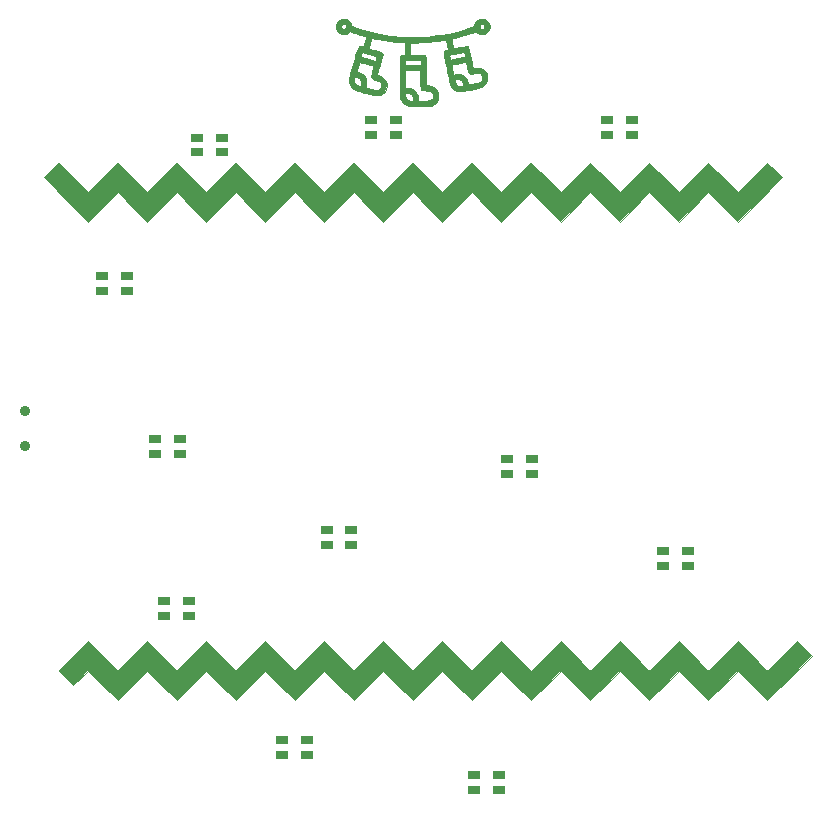
<source format=gbr>
%TF.GenerationSoftware,KiCad,Pcbnew,(5.1.10)-1*%
%TF.CreationDate,2021-10-17T11:09:21+02:00*%
%TF.ProjectId,TVZ_kuglica,54565a5f-6b75-4676-9c69-63612e6b6963,rev?*%
%TF.SameCoordinates,Original*%
%TF.FileFunction,Soldermask,Top*%
%TF.FilePolarity,Negative*%
%FSLAX46Y46*%
G04 Gerber Fmt 4.6, Leading zero omitted, Abs format (unit mm)*
G04 Created by KiCad (PCBNEW (5.1.10)-1) date 2021-10-17 11:09:21*
%MOMM*%
%LPD*%
G01*
G04 APERTURE LIST*
%ADD10C,0.100000*%
%ADD11C,0.010000*%
%ADD12C,0.900000*%
%ADD13R,1.100000X0.750000*%
G04 APERTURE END LIST*
D10*
G36*
X170750000Y-119000000D02*
G01*
X167000000Y-122750000D01*
X164500000Y-120250000D01*
X162000000Y-122750000D01*
X159500000Y-120250000D01*
X157000000Y-122750000D01*
X154500000Y-120250000D01*
X152000000Y-122750000D01*
X149500000Y-120250000D01*
X147000000Y-122750000D01*
X144500000Y-120250000D01*
X142000000Y-122750000D01*
X139500000Y-120250000D01*
X137000000Y-122750000D01*
X134500000Y-120250000D01*
X132000000Y-122750000D01*
X129500000Y-120250000D01*
X127000000Y-122750000D01*
X124500000Y-120250000D01*
X122000000Y-122750000D01*
X119500000Y-120250000D01*
X117000000Y-122750000D01*
X114500000Y-120250000D01*
X112000000Y-122750000D01*
X109500000Y-120250000D01*
X108250000Y-121500000D01*
X107000000Y-120250000D01*
X109500000Y-117750000D01*
X112000000Y-120250000D01*
X114500000Y-117750000D01*
X117000000Y-120250000D01*
X119500000Y-117750000D01*
X122000000Y-120250000D01*
X124500000Y-117750000D01*
X127000000Y-120250000D01*
X129500000Y-117750000D01*
X132000000Y-120250000D01*
X134500000Y-117750000D01*
X137000000Y-120250000D01*
X139500000Y-117750000D01*
X142000000Y-120250000D01*
X144500000Y-117750000D01*
X147000000Y-120250000D01*
X149500000Y-117750000D01*
X152000000Y-120250000D01*
X154500000Y-117750000D01*
X157000000Y-120250000D01*
X159500000Y-117750000D01*
X162000000Y-120250000D01*
X164500000Y-117750000D01*
X167000000Y-120250000D01*
X169500000Y-117750000D01*
X170750000Y-119000000D01*
G37*
X170750000Y-119000000D02*
X167000000Y-122750000D01*
X164500000Y-120250000D01*
X162000000Y-122750000D01*
X159500000Y-120250000D01*
X157000000Y-122750000D01*
X154500000Y-120250000D01*
X152000000Y-122750000D01*
X149500000Y-120250000D01*
X147000000Y-122750000D01*
X144500000Y-120250000D01*
X142000000Y-122750000D01*
X139500000Y-120250000D01*
X137000000Y-122750000D01*
X134500000Y-120250000D01*
X132000000Y-122750000D01*
X129500000Y-120250000D01*
X127000000Y-122750000D01*
X124500000Y-120250000D01*
X122000000Y-122750000D01*
X119500000Y-120250000D01*
X117000000Y-122750000D01*
X114500000Y-120250000D01*
X112000000Y-122750000D01*
X109500000Y-120250000D01*
X108250000Y-121500000D01*
X107000000Y-120250000D01*
X109500000Y-117750000D01*
X112000000Y-120250000D01*
X114500000Y-117750000D01*
X117000000Y-120250000D01*
X119500000Y-117750000D01*
X122000000Y-120250000D01*
X124500000Y-117750000D01*
X127000000Y-120250000D01*
X129500000Y-117750000D01*
X132000000Y-120250000D01*
X134500000Y-117750000D01*
X137000000Y-120250000D01*
X139500000Y-117750000D01*
X142000000Y-120250000D01*
X144500000Y-117750000D01*
X147000000Y-120250000D01*
X149500000Y-117750000D01*
X152000000Y-120250000D01*
X154500000Y-117750000D01*
X157000000Y-120250000D01*
X159500000Y-117750000D01*
X162000000Y-120250000D01*
X164500000Y-117750000D01*
X167000000Y-120250000D01*
X169500000Y-117750000D01*
X170750000Y-119000000D01*
G36*
X168250000Y-78500000D02*
G01*
X164500000Y-82250000D01*
X162000000Y-79750000D01*
X159500000Y-82250000D01*
X157000000Y-79750000D01*
X154500000Y-82250000D01*
X152000000Y-79750000D01*
X149500000Y-82250000D01*
X147000000Y-79750000D01*
X144500000Y-82250000D01*
X142000000Y-79750000D01*
X139500000Y-82250000D01*
X137000000Y-79750000D01*
X134500000Y-82250000D01*
X132000000Y-79750000D01*
X129500000Y-82250000D01*
X127000000Y-79750000D01*
X124500000Y-82250000D01*
X122000000Y-79750000D01*
X119500000Y-82250000D01*
X117000000Y-79750000D01*
X114500000Y-82250000D01*
X112000000Y-79750000D01*
X109500000Y-82250000D01*
X105750000Y-78500000D01*
X107000000Y-77250000D01*
X109500000Y-79750000D01*
X112000000Y-77250000D01*
X114500000Y-79750000D01*
X117000000Y-77250000D01*
X119500000Y-79750000D01*
X122000000Y-77250000D01*
X124500000Y-79750000D01*
X127000000Y-77250000D01*
X129500000Y-79750000D01*
X132000000Y-77250000D01*
X134500000Y-79750000D01*
X137000000Y-77250000D01*
X139500000Y-79750000D01*
X142000000Y-77250000D01*
X144500000Y-79750000D01*
X147000000Y-77250000D01*
X149500000Y-79750000D01*
X152000000Y-77250000D01*
X154500000Y-79750000D01*
X157000000Y-77250000D01*
X159500000Y-79750000D01*
X162000000Y-77250000D01*
X164500000Y-79750000D01*
X167000000Y-77250000D01*
X168250000Y-78500000D01*
G37*
X168250000Y-78500000D02*
X164500000Y-82250000D01*
X162000000Y-79750000D01*
X159500000Y-82250000D01*
X157000000Y-79750000D01*
X154500000Y-82250000D01*
X152000000Y-79750000D01*
X149500000Y-82250000D01*
X147000000Y-79750000D01*
X144500000Y-82250000D01*
X142000000Y-79750000D01*
X139500000Y-82250000D01*
X137000000Y-79750000D01*
X134500000Y-82250000D01*
X132000000Y-79750000D01*
X129500000Y-82250000D01*
X127000000Y-79750000D01*
X124500000Y-82250000D01*
X122000000Y-79750000D01*
X119500000Y-82250000D01*
X117000000Y-79750000D01*
X114500000Y-82250000D01*
X112000000Y-79750000D01*
X109500000Y-82250000D01*
X105750000Y-78500000D01*
X107000000Y-77250000D01*
X109500000Y-79750000D01*
X112000000Y-77250000D01*
X114500000Y-79750000D01*
X117000000Y-77250000D01*
X119500000Y-79750000D01*
X122000000Y-77250000D01*
X124500000Y-79750000D01*
X127000000Y-77250000D01*
X129500000Y-79750000D01*
X132000000Y-77250000D01*
X134500000Y-79750000D01*
X137000000Y-77250000D01*
X139500000Y-79750000D01*
X142000000Y-77250000D01*
X144500000Y-79750000D01*
X147000000Y-77250000D01*
X149500000Y-79750000D01*
X152000000Y-77250000D01*
X154500000Y-79750000D01*
X157000000Y-77250000D01*
X159500000Y-79750000D01*
X162000000Y-77250000D01*
X164500000Y-79750000D01*
X167000000Y-77250000D01*
X168250000Y-78500000D01*
D11*
%TO.C,G\u002A\u002A\u002A*%
G36*
X143027877Y-65089141D02*
G01*
X143177224Y-65150535D01*
X143301325Y-65244717D01*
X143397404Y-65364669D01*
X143462680Y-65503370D01*
X143494375Y-65653801D01*
X143489712Y-65808940D01*
X143445912Y-65961768D01*
X143360196Y-66105265D01*
X143295075Y-66176812D01*
X143149915Y-66283282D01*
X142989107Y-66344768D01*
X142820816Y-66360786D01*
X142653209Y-66330852D01*
X142494450Y-66254480D01*
X142455291Y-66226699D01*
X142346700Y-66143832D01*
X141902200Y-66288887D01*
X141632701Y-66373920D01*
X141347940Y-66458575D01*
X141062652Y-66538741D01*
X140791572Y-66610310D01*
X140549432Y-66669173D01*
X140492500Y-66682008D01*
X140395750Y-66704830D01*
X140318505Y-66725729D01*
X140274002Y-66741038D01*
X140269168Y-66743859D01*
X140268777Y-66771429D01*
X140276804Y-66838578D01*
X140291404Y-66935136D01*
X140310734Y-67050929D01*
X140332950Y-67175785D01*
X140356208Y-67299532D01*
X140378664Y-67411997D01*
X140398475Y-67503007D01*
X140413796Y-67562390D01*
X140420614Y-67579397D01*
X140446772Y-67577639D01*
X140515376Y-67566839D01*
X140619142Y-67548318D01*
X140750783Y-67523394D01*
X140903015Y-67493389D01*
X140969397Y-67479983D01*
X141167205Y-67440629D01*
X141321789Y-67412560D01*
X141439425Y-67395658D01*
X141526393Y-67389798D01*
X141588968Y-67394860D01*
X141633430Y-67410723D01*
X141666055Y-67437263D01*
X141687820Y-67466055D01*
X141702423Y-67505068D01*
X141725388Y-67587600D01*
X141755227Y-67707333D01*
X141790448Y-67857950D01*
X141829564Y-68033135D01*
X141871083Y-68226569D01*
X141900490Y-68368034D01*
X141941790Y-68567764D01*
X141980395Y-68751384D01*
X142015022Y-68913023D01*
X142044388Y-69046810D01*
X142067208Y-69146877D01*
X142082199Y-69207352D01*
X142087490Y-69223156D01*
X142117973Y-69226449D01*
X142184382Y-69221345D01*
X142272740Y-69208954D01*
X142278691Y-69207960D01*
X142493389Y-69194988D01*
X142695605Y-69228034D01*
X142879650Y-69304205D01*
X143039833Y-69420604D01*
X143170465Y-69574338D01*
X143238360Y-69696214D01*
X143278435Y-69793013D01*
X143300850Y-69879545D01*
X143310277Y-69978911D01*
X143311650Y-70058634D01*
X143309053Y-70171833D01*
X143297581Y-70256926D01*
X143272206Y-70336463D01*
X143228416Y-70431947D01*
X143118164Y-70605765D01*
X142978138Y-70744275D01*
X142814535Y-70841605D01*
X142782236Y-70854608D01*
X142707797Y-70877710D01*
X142592792Y-70907436D01*
X142445236Y-70942186D01*
X142273143Y-70980362D01*
X142084527Y-71020366D01*
X141887403Y-71060598D01*
X141689785Y-71099460D01*
X141499687Y-71135354D01*
X141325125Y-71166680D01*
X141174112Y-71191839D01*
X141054663Y-71209234D01*
X140974792Y-71217265D01*
X140962400Y-71217622D01*
X140772053Y-71195143D01*
X140591780Y-71130552D01*
X140429813Y-71029868D01*
X140294380Y-70899115D01*
X140193711Y-70744311D01*
X140147379Y-70621352D01*
X140137142Y-70577443D01*
X140117844Y-70488857D01*
X140090552Y-70360695D01*
X140067600Y-70251606D01*
X140516787Y-70251606D01*
X140517691Y-70297040D01*
X140536053Y-70374266D01*
X140557493Y-70454834D01*
X140617262Y-70587032D01*
X140717301Y-70697041D01*
X140769647Y-70733969D01*
X140860321Y-70766744D01*
X140981695Y-70779146D01*
X141117507Y-70770178D01*
X141178300Y-70759060D01*
X141229590Y-70741738D01*
X141248460Y-70709209D01*
X141248125Y-70654115D01*
X141215894Y-70486727D01*
X141147805Y-70354426D01*
X141046751Y-70259447D01*
X140915620Y-70204023D01*
X140757305Y-70190390D01*
X140662090Y-70201093D01*
X140584659Y-70214130D01*
X140537667Y-70227469D01*
X140516787Y-70251606D01*
X140067600Y-70251606D01*
X140056333Y-70198057D01*
X140016256Y-70006047D01*
X139971387Y-69789766D01*
X139922794Y-69554315D01*
X139871544Y-69304797D01*
X139854893Y-69223478D01*
X139802003Y-68964227D01*
X140259470Y-68964227D01*
X140262219Y-68988496D01*
X140274048Y-69052273D01*
X140292793Y-69145526D01*
X140316292Y-69258222D01*
X140342382Y-69380328D01*
X140368901Y-69501813D01*
X140393685Y-69612644D01*
X140414572Y-69702789D01*
X140429399Y-69762214D01*
X140435548Y-69781015D01*
X140464637Y-69782462D01*
X140527377Y-69774052D01*
X140582351Y-69763423D01*
X140797513Y-69741029D01*
X141001139Y-69765649D01*
X141188208Y-69833914D01*
X141353699Y-69942456D01*
X141492592Y-70087907D01*
X141599866Y-70266900D01*
X141670500Y-70476068D01*
X141674887Y-70496250D01*
X141699556Y-70583013D01*
X141727479Y-70625863D01*
X141738622Y-70629600D01*
X141774517Y-70624593D01*
X141851056Y-70610734D01*
X141959202Y-70589763D01*
X142089914Y-70563423D01*
X142194687Y-70541742D01*
X142339705Y-70509847D01*
X142471838Y-70477887D01*
X142581033Y-70448516D01*
X142657241Y-70424384D01*
X142685077Y-70412331D01*
X142787112Y-70324560D01*
X142853775Y-70209429D01*
X142881674Y-70079048D01*
X142867413Y-69945527D01*
X142837283Y-69869086D01*
X142764154Y-69761285D01*
X142672425Y-69688972D01*
X142556433Y-69650427D01*
X142410512Y-69643930D01*
X142228998Y-69667759D01*
X142196117Y-69674304D01*
X142052366Y-69702350D01*
X141940172Y-69716514D01*
X141854054Y-69711936D01*
X141788529Y-69683760D01*
X141738115Y-69627127D01*
X141697329Y-69537180D01*
X141660688Y-69409063D01*
X141622711Y-69237916D01*
X141604686Y-69150281D01*
X141514306Y-68707124D01*
X140889103Y-68834642D01*
X140718296Y-68869525D01*
X140564928Y-68900931D01*
X140435710Y-68927479D01*
X140337352Y-68947789D01*
X140276567Y-68960478D01*
X140259470Y-68964227D01*
X139802003Y-68964227D01*
X139795371Y-68931719D01*
X139745618Y-68685579D01*
X139704932Y-68480965D01*
X139672613Y-68313785D01*
X139647959Y-68179948D01*
X139641937Y-68144347D01*
X140089517Y-68144347D01*
X140095955Y-68208828D01*
X140110621Y-68291817D01*
X140130328Y-68378898D01*
X140151891Y-68455656D01*
X140172126Y-68507674D01*
X140184859Y-68521801D01*
X140216841Y-68517051D01*
X140291262Y-68503503D01*
X140400797Y-68482570D01*
X140538121Y-68455665D01*
X140695910Y-68424200D01*
X140797300Y-68403730D01*
X140963507Y-68369415D01*
X141113182Y-68337351D01*
X141239088Y-68309184D01*
X141333986Y-68286559D01*
X141390639Y-68271122D01*
X141403277Y-68265981D01*
X141409650Y-68233126D01*
X141405986Y-68166643D01*
X141394879Y-68082113D01*
X141378923Y-67995111D01*
X141360714Y-67921216D01*
X141342848Y-67876006D01*
X141337301Y-67869930D01*
X141307701Y-67871135D01*
X141236770Y-67881259D01*
X141132872Y-67898669D01*
X141004368Y-67921731D01*
X140859620Y-67948810D01*
X140706990Y-67978272D01*
X140554840Y-68008484D01*
X140411531Y-68037812D01*
X140285426Y-68064621D01*
X140184886Y-68087278D01*
X140118274Y-68104148D01*
X140094489Y-68112790D01*
X140089517Y-68144347D01*
X139641937Y-68144347D01*
X139630268Y-68075363D01*
X139618841Y-67995937D01*
X139612974Y-67937579D01*
X139611968Y-67896198D01*
X139615121Y-67867702D01*
X139619863Y-67852154D01*
X139669646Y-67787701D01*
X139750111Y-67736211D01*
X139841154Y-67709586D01*
X139863034Y-67708211D01*
X139907044Y-67705260D01*
X139936862Y-67692735D01*
X139953023Y-67663807D01*
X139956065Y-67611647D01*
X139946526Y-67529423D01*
X139924941Y-67410306D01*
X139897218Y-67273463D01*
X139869015Y-67137728D01*
X139843936Y-67018855D01*
X139823957Y-66926076D01*
X139811056Y-66868619D01*
X139807643Y-66855261D01*
X139783686Y-66845000D01*
X139719765Y-66846005D01*
X139612377Y-66858498D01*
X139510548Y-66874022D01*
X139142514Y-66928062D01*
X138752591Y-66975341D01*
X138354618Y-67014661D01*
X137962439Y-67044826D01*
X137589894Y-67064638D01*
X137250825Y-67072900D01*
X137209550Y-67073064D01*
X136796800Y-67073600D01*
X136796800Y-68089600D01*
X137326409Y-68089599D01*
X137518232Y-68091027D01*
X137681856Y-68095123D01*
X137811242Y-68101609D01*
X137900354Y-68110207D01*
X137936781Y-68117753D01*
X137971167Y-68130314D01*
X138000065Y-68144817D01*
X138023954Y-68165491D01*
X138043309Y-68196564D01*
X138058608Y-68242263D01*
X138070328Y-68306818D01*
X138078945Y-68394455D01*
X138084937Y-68509404D01*
X138088780Y-68655893D01*
X138090952Y-68838149D01*
X138091930Y-69060401D01*
X138092190Y-69326877D01*
X138092200Y-69495511D01*
X138092200Y-70700745D01*
X138314450Y-70709622D01*
X138521754Y-70735850D01*
X138698669Y-70798934D01*
X138853189Y-70902458D01*
X138944267Y-70991863D01*
X139057734Y-71147337D01*
X139126926Y-71315796D01*
X139154890Y-71506166D01*
X139154584Y-71607500D01*
X139123595Y-71818762D01*
X139050212Y-72002057D01*
X138934544Y-72157214D01*
X138776699Y-72284066D01*
X138682284Y-72336683D01*
X138512500Y-72420300D01*
X137572100Y-72425401D01*
X137308681Y-72426383D01*
X137091585Y-72426121D01*
X136916347Y-72424495D01*
X136778504Y-72421383D01*
X136673590Y-72416662D01*
X136597142Y-72410212D01*
X136544695Y-72401910D01*
X136525634Y-72396887D01*
X136340823Y-72312271D01*
X136180786Y-72185342D01*
X136050403Y-72020526D01*
X135991677Y-71912300D01*
X135920500Y-71759900D01*
X135919180Y-71450272D01*
X136340562Y-71450272D01*
X136348284Y-71557947D01*
X136351459Y-71584169D01*
X136392573Y-71736619D01*
X136471920Y-71856998D01*
X136586331Y-71942669D01*
X136732637Y-71990998D01*
X136852981Y-72001200D01*
X137000000Y-72001200D01*
X137000000Y-71854181D01*
X136979523Y-71687334D01*
X136919851Y-71550151D01*
X136823617Y-71445802D01*
X136693458Y-71377457D01*
X136582969Y-71352659D01*
X136466538Y-71341934D01*
X136392271Y-71349682D01*
X136352751Y-71383322D01*
X136340562Y-71450272D01*
X135919180Y-71450272D01*
X135913138Y-70034052D01*
X135911822Y-69672428D01*
X135911301Y-69410400D01*
X136365000Y-69410400D01*
X136365000Y-70901839D01*
X136578500Y-70915159D01*
X136784116Y-70944176D01*
X136957543Y-71005893D01*
X137108580Y-71104421D01*
X137175404Y-71165395D01*
X137292961Y-71307210D01*
X137371463Y-71462802D01*
X137415405Y-71643143D01*
X137427665Y-71781247D01*
X137437025Y-72005794D01*
X137923362Y-71996731D01*
X138100824Y-71992702D01*
X138235081Y-71987656D01*
X138333729Y-71980883D01*
X138404363Y-71971672D01*
X138454578Y-71959314D01*
X138490936Y-71943660D01*
X138596336Y-71861798D01*
X138672249Y-71752948D01*
X138714399Y-71629282D01*
X138718511Y-71502971D01*
X138684243Y-71393406D01*
X138634784Y-71322665D01*
X138566082Y-71250090D01*
X138541369Y-71228854D01*
X138500290Y-71197520D01*
X138462146Y-71175614D01*
X138416558Y-71160982D01*
X138353149Y-71151474D01*
X138261541Y-71144939D01*
X138131355Y-71139223D01*
X138103842Y-71138148D01*
X137984191Y-71134589D01*
X137887437Y-71130888D01*
X137811120Y-71122116D01*
X137752778Y-71103341D01*
X137709949Y-71069633D01*
X137680171Y-71016063D01*
X137660983Y-70937700D01*
X137649922Y-70829614D01*
X137644528Y-70686874D01*
X137642338Y-70504551D01*
X137640891Y-70277714D01*
X137640324Y-70209827D01*
X137632948Y-69410400D01*
X136365000Y-69410400D01*
X135911301Y-69410400D01*
X135911198Y-69358769D01*
X135911302Y-69090247D01*
X135912171Y-68864031D01*
X135912576Y-68818735D01*
X136342773Y-68818735D01*
X136344585Y-68897507D01*
X136349790Y-68942832D01*
X136350477Y-68944910D01*
X136363098Y-68955759D01*
X136395106Y-68963923D01*
X136451836Y-68969629D01*
X136538625Y-68973103D01*
X136660811Y-68974571D01*
X136823729Y-68974260D01*
X137005720Y-68972687D01*
X137647700Y-68965900D01*
X137647700Y-68534100D01*
X136352300Y-68534100D01*
X136344757Y-68722222D01*
X136342773Y-68818735D01*
X135912576Y-68818735D01*
X135913842Y-68677292D01*
X135916352Y-68527200D01*
X135919737Y-68410925D01*
X135924034Y-68325638D01*
X135929281Y-68268508D01*
X135935513Y-68236707D01*
X135936563Y-68233878D01*
X135992680Y-68161679D01*
X136086670Y-68112296D01*
X136208997Y-68090308D01*
X136237184Y-68089600D01*
X136339600Y-68089600D01*
X136339600Y-67075901D01*
X136257050Y-67063133D01*
X136196759Y-67056267D01*
X136100997Y-67048078D01*
X135985028Y-67039792D01*
X135907800Y-67035038D01*
X135485077Y-67002009D01*
X135028907Y-66950256D01*
X134552330Y-66881531D01*
X134068388Y-66797586D01*
X133905275Y-66766045D01*
X133771150Y-66740367D01*
X133655270Y-66719988D01*
X133566427Y-66706313D01*
X133513415Y-66700744D01*
X133502543Y-66701789D01*
X133492124Y-66728424D01*
X133470987Y-66793729D01*
X133441903Y-66888218D01*
X133407642Y-67002406D01*
X133370973Y-67126808D01*
X133334665Y-67251938D01*
X133301489Y-67368311D01*
X133274214Y-67466442D01*
X133255609Y-67536844D01*
X133248445Y-67570032D01*
X133248632Y-67571371D01*
X133273337Y-67579206D01*
X133339776Y-67599049D01*
X133440875Y-67628821D01*
X133569560Y-67666442D01*
X133718759Y-67709835D01*
X133786900Y-67729588D01*
X133970434Y-67783530D01*
X134111098Y-67826986D01*
X134215172Y-67862301D01*
X134288937Y-67891822D01*
X134338676Y-67917894D01*
X134370668Y-67942864D01*
X134377450Y-67950148D01*
X134416989Y-68009727D01*
X134434547Y-68063594D01*
X134434600Y-68065788D01*
X134427686Y-68101290D01*
X134408052Y-68179466D01*
X134377360Y-68294269D01*
X134337272Y-68439651D01*
X134289450Y-68609565D01*
X134235556Y-68797965D01*
X134193300Y-68943811D01*
X134136239Y-69140222D01*
X134083991Y-69321030D01*
X134038198Y-69480477D01*
X134000503Y-69612806D01*
X133972547Y-69712258D01*
X133955973Y-69773074D01*
X133952000Y-69789900D01*
X133974191Y-69806157D01*
X134031852Y-69830598D01*
X134098050Y-69853250D01*
X134230174Y-69898896D01*
X134331194Y-69946531D01*
X134420053Y-70006850D01*
X134511503Y-70086615D01*
X134636807Y-70236412D01*
X134723709Y-70410187D01*
X134770185Y-70598133D01*
X134774212Y-70790440D01*
X134733768Y-70977301D01*
X134708254Y-71040645D01*
X134599189Y-71221951D01*
X134454584Y-71373109D01*
X134289578Y-71482086D01*
X134211351Y-71518780D01*
X134143507Y-71540809D01*
X134068155Y-71551619D01*
X133967402Y-71554656D01*
X133913900Y-71554449D01*
X133847175Y-71552998D01*
X133784014Y-71548852D01*
X133717880Y-71540491D01*
X133642236Y-71526397D01*
X133550543Y-71505049D01*
X133436264Y-71474930D01*
X133292862Y-71434518D01*
X133113798Y-71382297D01*
X132897932Y-71318349D01*
X132701440Y-71258988D01*
X132516213Y-71201263D01*
X132349078Y-71147438D01*
X132206859Y-71099775D01*
X132096382Y-71060537D01*
X132024471Y-71031984D01*
X132005094Y-71022412D01*
X131874452Y-70922681D01*
X131756016Y-70789756D01*
X131664393Y-70641188D01*
X131638984Y-70582536D01*
X131617834Y-70522004D01*
X131602037Y-70462499D01*
X131592386Y-70399780D01*
X131589673Y-70329605D01*
X131594692Y-70247731D01*
X131594989Y-70245581D01*
X132024342Y-70245581D01*
X132038186Y-70394250D01*
X132094002Y-70521100D01*
X132183924Y-70616035D01*
X132242900Y-70651254D01*
X132322188Y-70687127D01*
X132406304Y-70718098D01*
X132479762Y-70738614D01*
X132527077Y-70743118D01*
X132532825Y-70741198D01*
X132548023Y-70713164D01*
X132568095Y-70652797D01*
X132577275Y-70618784D01*
X132602229Y-70443323D01*
X132583709Y-70292030D01*
X132522809Y-70166930D01*
X132420623Y-70070046D01*
X132278244Y-70003400D01*
X132238719Y-69992257D01*
X132156051Y-69974351D01*
X132107515Y-69977915D01*
X132078572Y-70009868D01*
X132054684Y-70077130D01*
X132053735Y-70080295D01*
X132024342Y-70245581D01*
X131594989Y-70245581D01*
X131608235Y-70149917D01*
X131631095Y-70031920D01*
X131664066Y-69889499D01*
X131707940Y-69718412D01*
X131763510Y-69514418D01*
X131763891Y-69513066D01*
X132236704Y-69513066D01*
X132261099Y-69535494D01*
X132323060Y-69556004D01*
X132341514Y-69560758D01*
X132548431Y-69637149D01*
X132727951Y-69755984D01*
X132824031Y-69848630D01*
X132948789Y-70019194D01*
X133024860Y-70204118D01*
X133052286Y-70403581D01*
X133031108Y-70617763D01*
X133016473Y-70680400D01*
X132993429Y-70770436D01*
X132977075Y-70838119D01*
X132970275Y-70871477D01*
X132970369Y-70873039D01*
X132994735Y-70880388D01*
X133059824Y-70899380D01*
X133157525Y-70927665D01*
X133279728Y-70962892D01*
X133380500Y-70991857D01*
X133581194Y-71046882D01*
X133741289Y-71084143D01*
X133867560Y-71104213D01*
X133966784Y-71107661D01*
X134045736Y-71095060D01*
X134111193Y-71066980D01*
X134130058Y-71055050D01*
X134241656Y-70952878D01*
X134309474Y-70831328D01*
X134331088Y-70696945D01*
X134309313Y-70571291D01*
X134273145Y-70487206D01*
X134221436Y-70418847D01*
X134146724Y-70361322D01*
X134041549Y-70309743D01*
X133898452Y-70259218D01*
X133779613Y-70224076D01*
X133628942Y-70170112D01*
X133521146Y-70106007D01*
X133459011Y-70033841D01*
X133444036Y-69973601D01*
X133450778Y-69936179D01*
X133469453Y-69858800D01*
X133497773Y-69750277D01*
X133533448Y-69619422D01*
X133567182Y-69499540D01*
X133690293Y-69067980D01*
X133083836Y-68892767D01*
X132916858Y-68845161D01*
X132766447Y-68803497D01*
X132639325Y-68769536D01*
X132542215Y-68745042D01*
X132481839Y-68731778D01*
X132464559Y-68730374D01*
X132453312Y-68758184D01*
X132431236Y-68825734D01*
X132401191Y-68923845D01*
X132366036Y-69043336D01*
X132353600Y-69086599D01*
X132316739Y-69215197D01*
X132283777Y-69329481D01*
X132257761Y-69418935D01*
X132241740Y-69473040D01*
X132239432Y-69480510D01*
X132236704Y-69513066D01*
X131763891Y-69513066D01*
X131831569Y-69273273D01*
X131912911Y-68990736D01*
X131979155Y-68762700D01*
X132065674Y-68465673D01*
X132120576Y-68278375D01*
X132585182Y-68278375D01*
X132585665Y-68281054D01*
X132610084Y-68289166D01*
X132675360Y-68309246D01*
X132773608Y-68338953D01*
X132896943Y-68375944D01*
X133037478Y-68417876D01*
X133187328Y-68462409D01*
X133338609Y-68507200D01*
X133483434Y-68549907D01*
X133613917Y-68588188D01*
X133722174Y-68619700D01*
X133800319Y-68642103D01*
X133817574Y-68646937D01*
X133826795Y-68625336D01*
X133846191Y-68567036D01*
X133871764Y-68484119D01*
X133874724Y-68474211D01*
X133900559Y-68382428D01*
X133919141Y-68306806D01*
X133926588Y-68263197D01*
X133926600Y-68262367D01*
X133910829Y-68244814D01*
X133861286Y-68220412D01*
X133774621Y-68187968D01*
X133647486Y-68146292D01*
X133476533Y-68094194D01*
X133345071Y-68055555D01*
X133180055Y-68007976D01*
X133030218Y-67965572D01*
X132902794Y-67930326D01*
X132805016Y-67904220D01*
X132744117Y-67889236D01*
X132727859Y-67886400D01*
X132701028Y-67910657D01*
X132668392Y-67980171D01*
X132635204Y-68080049D01*
X132609466Y-68171332D01*
X132591797Y-68241477D01*
X132585182Y-68278375D01*
X132120576Y-68278375D01*
X132139511Y-68213779D01*
X132202280Y-68003403D01*
X132255592Y-67830931D01*
X132301060Y-67692746D01*
X132340297Y-67585236D01*
X132374916Y-67504785D01*
X132406529Y-67447779D01*
X132436749Y-67410602D01*
X132467189Y-67389640D01*
X132499461Y-67381278D01*
X132535179Y-67381902D01*
X132575954Y-67387897D01*
X132591338Y-67390531D01*
X132671310Y-67404797D01*
X132730404Y-67412203D01*
X132773996Y-67406727D01*
X132807456Y-67382349D01*
X132836160Y-67333047D01*
X132865479Y-67252800D01*
X132900787Y-67135587D01*
X132940408Y-66999371D01*
X132980105Y-66862513D01*
X133013694Y-66743901D01*
X133038973Y-66651542D01*
X133053741Y-66593442D01*
X133056504Y-66577004D01*
X133031211Y-66568645D01*
X132965633Y-66549084D01*
X132868399Y-66520842D01*
X132748135Y-66486435D01*
X132682000Y-66467689D01*
X132513582Y-66418696D01*
X132325643Y-66361773D01*
X132140876Y-66303910D01*
X131981972Y-66252099D01*
X131978937Y-66251080D01*
X131644175Y-66138549D01*
X131597937Y-66190574D01*
X131508644Y-66261125D01*
X131386482Y-66317466D01*
X131248802Y-66353039D01*
X131143937Y-66362151D01*
X130966452Y-66339096D01*
X130809401Y-66273111D01*
X130678424Y-66169863D01*
X130579164Y-66035020D01*
X130517262Y-65874251D01*
X130500662Y-65734433D01*
X130949435Y-65734433D01*
X130972412Y-65825340D01*
X131027826Y-65887281D01*
X131104301Y-65917001D01*
X131190461Y-65911244D01*
X131274930Y-65866753D01*
X131306396Y-65836599D01*
X131348398Y-65772426D01*
X131352688Y-65705195D01*
X131350544Y-65693172D01*
X131312104Y-65597715D01*
X131249302Y-65537039D01*
X131172984Y-65510029D01*
X131093994Y-65515569D01*
X131023178Y-65552543D01*
X130971381Y-65619836D01*
X130949448Y-65716332D01*
X130949435Y-65734433D01*
X130500662Y-65734433D01*
X130498157Y-65713337D01*
X130520886Y-65536336D01*
X130586567Y-65379460D01*
X130689425Y-65248466D01*
X130823688Y-65149110D01*
X130983579Y-65087149D01*
X131145300Y-65068115D01*
X131326288Y-65091378D01*
X131486061Y-65157975D01*
X131618924Y-65263119D01*
X131719183Y-65402023D01*
X131781141Y-65569900D01*
X131788880Y-65609131D01*
X131806698Y-65714700D01*
X132047499Y-65798703D01*
X132750631Y-66023002D01*
X133477922Y-66213346D01*
X134233962Y-66370738D01*
X135023340Y-66496180D01*
X135526800Y-66557832D01*
X135706677Y-66573422D01*
X135928524Y-66586070D01*
X136183597Y-66595776D01*
X136463151Y-66602541D01*
X136758442Y-66606364D01*
X137060724Y-66607245D01*
X137361254Y-66605185D01*
X137651287Y-66600183D01*
X137922078Y-66592239D01*
X138164882Y-66581353D01*
X138370956Y-66567526D01*
X138473200Y-66557832D01*
X139270745Y-66453901D01*
X140031676Y-66320191D01*
X140761360Y-66155533D01*
X141465161Y-65958755D01*
X141952500Y-65798760D01*
X142193301Y-65714700D01*
X142199112Y-65680266D01*
X142650694Y-65680266D01*
X142652181Y-65770797D01*
X142691838Y-65844117D01*
X142758377Y-65894602D01*
X142840507Y-65916629D01*
X142926938Y-65904574D01*
X143003290Y-65855902D01*
X143040268Y-65788490D01*
X143050280Y-65714700D01*
X143030731Y-65620935D01*
X142979668Y-65555377D01*
X142908463Y-65519004D01*
X142828491Y-65512797D01*
X142751124Y-65537736D01*
X142687737Y-65594801D01*
X142650694Y-65680266D01*
X142199112Y-65680266D01*
X142211119Y-65609131D01*
X142264134Y-65435572D01*
X142356678Y-65290098D01*
X142483203Y-65177366D01*
X142638160Y-65102036D01*
X142816003Y-65068766D01*
X142856062Y-65067557D01*
X143027877Y-65089141D01*
G37*
X143027877Y-65089141D02*
X143177224Y-65150535D01*
X143301325Y-65244717D01*
X143397404Y-65364669D01*
X143462680Y-65503370D01*
X143494375Y-65653801D01*
X143489712Y-65808940D01*
X143445912Y-65961768D01*
X143360196Y-66105265D01*
X143295075Y-66176812D01*
X143149915Y-66283282D01*
X142989107Y-66344768D01*
X142820816Y-66360786D01*
X142653209Y-66330852D01*
X142494450Y-66254480D01*
X142455291Y-66226699D01*
X142346700Y-66143832D01*
X141902200Y-66288887D01*
X141632701Y-66373920D01*
X141347940Y-66458575D01*
X141062652Y-66538741D01*
X140791572Y-66610310D01*
X140549432Y-66669173D01*
X140492500Y-66682008D01*
X140395750Y-66704830D01*
X140318505Y-66725729D01*
X140274002Y-66741038D01*
X140269168Y-66743859D01*
X140268777Y-66771429D01*
X140276804Y-66838578D01*
X140291404Y-66935136D01*
X140310734Y-67050929D01*
X140332950Y-67175785D01*
X140356208Y-67299532D01*
X140378664Y-67411997D01*
X140398475Y-67503007D01*
X140413796Y-67562390D01*
X140420614Y-67579397D01*
X140446772Y-67577639D01*
X140515376Y-67566839D01*
X140619142Y-67548318D01*
X140750783Y-67523394D01*
X140903015Y-67493389D01*
X140969397Y-67479983D01*
X141167205Y-67440629D01*
X141321789Y-67412560D01*
X141439425Y-67395658D01*
X141526393Y-67389798D01*
X141588968Y-67394860D01*
X141633430Y-67410723D01*
X141666055Y-67437263D01*
X141687820Y-67466055D01*
X141702423Y-67505068D01*
X141725388Y-67587600D01*
X141755227Y-67707333D01*
X141790448Y-67857950D01*
X141829564Y-68033135D01*
X141871083Y-68226569D01*
X141900490Y-68368034D01*
X141941790Y-68567764D01*
X141980395Y-68751384D01*
X142015022Y-68913023D01*
X142044388Y-69046810D01*
X142067208Y-69146877D01*
X142082199Y-69207352D01*
X142087490Y-69223156D01*
X142117973Y-69226449D01*
X142184382Y-69221345D01*
X142272740Y-69208954D01*
X142278691Y-69207960D01*
X142493389Y-69194988D01*
X142695605Y-69228034D01*
X142879650Y-69304205D01*
X143039833Y-69420604D01*
X143170465Y-69574338D01*
X143238360Y-69696214D01*
X143278435Y-69793013D01*
X143300850Y-69879545D01*
X143310277Y-69978911D01*
X143311650Y-70058634D01*
X143309053Y-70171833D01*
X143297581Y-70256926D01*
X143272206Y-70336463D01*
X143228416Y-70431947D01*
X143118164Y-70605765D01*
X142978138Y-70744275D01*
X142814535Y-70841605D01*
X142782236Y-70854608D01*
X142707797Y-70877710D01*
X142592792Y-70907436D01*
X142445236Y-70942186D01*
X142273143Y-70980362D01*
X142084527Y-71020366D01*
X141887403Y-71060598D01*
X141689785Y-71099460D01*
X141499687Y-71135354D01*
X141325125Y-71166680D01*
X141174112Y-71191839D01*
X141054663Y-71209234D01*
X140974792Y-71217265D01*
X140962400Y-71217622D01*
X140772053Y-71195143D01*
X140591780Y-71130552D01*
X140429813Y-71029868D01*
X140294380Y-70899115D01*
X140193711Y-70744311D01*
X140147379Y-70621352D01*
X140137142Y-70577443D01*
X140117844Y-70488857D01*
X140090552Y-70360695D01*
X140067600Y-70251606D01*
X140516787Y-70251606D01*
X140517691Y-70297040D01*
X140536053Y-70374266D01*
X140557493Y-70454834D01*
X140617262Y-70587032D01*
X140717301Y-70697041D01*
X140769647Y-70733969D01*
X140860321Y-70766744D01*
X140981695Y-70779146D01*
X141117507Y-70770178D01*
X141178300Y-70759060D01*
X141229590Y-70741738D01*
X141248460Y-70709209D01*
X141248125Y-70654115D01*
X141215894Y-70486727D01*
X141147805Y-70354426D01*
X141046751Y-70259447D01*
X140915620Y-70204023D01*
X140757305Y-70190390D01*
X140662090Y-70201093D01*
X140584659Y-70214130D01*
X140537667Y-70227469D01*
X140516787Y-70251606D01*
X140067600Y-70251606D01*
X140056333Y-70198057D01*
X140016256Y-70006047D01*
X139971387Y-69789766D01*
X139922794Y-69554315D01*
X139871544Y-69304797D01*
X139854893Y-69223478D01*
X139802003Y-68964227D01*
X140259470Y-68964227D01*
X140262219Y-68988496D01*
X140274048Y-69052273D01*
X140292793Y-69145526D01*
X140316292Y-69258222D01*
X140342382Y-69380328D01*
X140368901Y-69501813D01*
X140393685Y-69612644D01*
X140414572Y-69702789D01*
X140429399Y-69762214D01*
X140435548Y-69781015D01*
X140464637Y-69782462D01*
X140527377Y-69774052D01*
X140582351Y-69763423D01*
X140797513Y-69741029D01*
X141001139Y-69765649D01*
X141188208Y-69833914D01*
X141353699Y-69942456D01*
X141492592Y-70087907D01*
X141599866Y-70266900D01*
X141670500Y-70476068D01*
X141674887Y-70496250D01*
X141699556Y-70583013D01*
X141727479Y-70625863D01*
X141738622Y-70629600D01*
X141774517Y-70624593D01*
X141851056Y-70610734D01*
X141959202Y-70589763D01*
X142089914Y-70563423D01*
X142194687Y-70541742D01*
X142339705Y-70509847D01*
X142471838Y-70477887D01*
X142581033Y-70448516D01*
X142657241Y-70424384D01*
X142685077Y-70412331D01*
X142787112Y-70324560D01*
X142853775Y-70209429D01*
X142881674Y-70079048D01*
X142867413Y-69945527D01*
X142837283Y-69869086D01*
X142764154Y-69761285D01*
X142672425Y-69688972D01*
X142556433Y-69650427D01*
X142410512Y-69643930D01*
X142228998Y-69667759D01*
X142196117Y-69674304D01*
X142052366Y-69702350D01*
X141940172Y-69716514D01*
X141854054Y-69711936D01*
X141788529Y-69683760D01*
X141738115Y-69627127D01*
X141697329Y-69537180D01*
X141660688Y-69409063D01*
X141622711Y-69237916D01*
X141604686Y-69150281D01*
X141514306Y-68707124D01*
X140889103Y-68834642D01*
X140718296Y-68869525D01*
X140564928Y-68900931D01*
X140435710Y-68927479D01*
X140337352Y-68947789D01*
X140276567Y-68960478D01*
X140259470Y-68964227D01*
X139802003Y-68964227D01*
X139795371Y-68931719D01*
X139745618Y-68685579D01*
X139704932Y-68480965D01*
X139672613Y-68313785D01*
X139647959Y-68179948D01*
X139641937Y-68144347D01*
X140089517Y-68144347D01*
X140095955Y-68208828D01*
X140110621Y-68291817D01*
X140130328Y-68378898D01*
X140151891Y-68455656D01*
X140172126Y-68507674D01*
X140184859Y-68521801D01*
X140216841Y-68517051D01*
X140291262Y-68503503D01*
X140400797Y-68482570D01*
X140538121Y-68455665D01*
X140695910Y-68424200D01*
X140797300Y-68403730D01*
X140963507Y-68369415D01*
X141113182Y-68337351D01*
X141239088Y-68309184D01*
X141333986Y-68286559D01*
X141390639Y-68271122D01*
X141403277Y-68265981D01*
X141409650Y-68233126D01*
X141405986Y-68166643D01*
X141394879Y-68082113D01*
X141378923Y-67995111D01*
X141360714Y-67921216D01*
X141342848Y-67876006D01*
X141337301Y-67869930D01*
X141307701Y-67871135D01*
X141236770Y-67881259D01*
X141132872Y-67898669D01*
X141004368Y-67921731D01*
X140859620Y-67948810D01*
X140706990Y-67978272D01*
X140554840Y-68008484D01*
X140411531Y-68037812D01*
X140285426Y-68064621D01*
X140184886Y-68087278D01*
X140118274Y-68104148D01*
X140094489Y-68112790D01*
X140089517Y-68144347D01*
X139641937Y-68144347D01*
X139630268Y-68075363D01*
X139618841Y-67995937D01*
X139612974Y-67937579D01*
X139611968Y-67896198D01*
X139615121Y-67867702D01*
X139619863Y-67852154D01*
X139669646Y-67787701D01*
X139750111Y-67736211D01*
X139841154Y-67709586D01*
X139863034Y-67708211D01*
X139907044Y-67705260D01*
X139936862Y-67692735D01*
X139953023Y-67663807D01*
X139956065Y-67611647D01*
X139946526Y-67529423D01*
X139924941Y-67410306D01*
X139897218Y-67273463D01*
X139869015Y-67137728D01*
X139843936Y-67018855D01*
X139823957Y-66926076D01*
X139811056Y-66868619D01*
X139807643Y-66855261D01*
X139783686Y-66845000D01*
X139719765Y-66846005D01*
X139612377Y-66858498D01*
X139510548Y-66874022D01*
X139142514Y-66928062D01*
X138752591Y-66975341D01*
X138354618Y-67014661D01*
X137962439Y-67044826D01*
X137589894Y-67064638D01*
X137250825Y-67072900D01*
X137209550Y-67073064D01*
X136796800Y-67073600D01*
X136796800Y-68089600D01*
X137326409Y-68089599D01*
X137518232Y-68091027D01*
X137681856Y-68095123D01*
X137811242Y-68101609D01*
X137900354Y-68110207D01*
X137936781Y-68117753D01*
X137971167Y-68130314D01*
X138000065Y-68144817D01*
X138023954Y-68165491D01*
X138043309Y-68196564D01*
X138058608Y-68242263D01*
X138070328Y-68306818D01*
X138078945Y-68394455D01*
X138084937Y-68509404D01*
X138088780Y-68655893D01*
X138090952Y-68838149D01*
X138091930Y-69060401D01*
X138092190Y-69326877D01*
X138092200Y-69495511D01*
X138092200Y-70700745D01*
X138314450Y-70709622D01*
X138521754Y-70735850D01*
X138698669Y-70798934D01*
X138853189Y-70902458D01*
X138944267Y-70991863D01*
X139057734Y-71147337D01*
X139126926Y-71315796D01*
X139154890Y-71506166D01*
X139154584Y-71607500D01*
X139123595Y-71818762D01*
X139050212Y-72002057D01*
X138934544Y-72157214D01*
X138776699Y-72284066D01*
X138682284Y-72336683D01*
X138512500Y-72420300D01*
X137572100Y-72425401D01*
X137308681Y-72426383D01*
X137091585Y-72426121D01*
X136916347Y-72424495D01*
X136778504Y-72421383D01*
X136673590Y-72416662D01*
X136597142Y-72410212D01*
X136544695Y-72401910D01*
X136525634Y-72396887D01*
X136340823Y-72312271D01*
X136180786Y-72185342D01*
X136050403Y-72020526D01*
X135991677Y-71912300D01*
X135920500Y-71759900D01*
X135919180Y-71450272D01*
X136340562Y-71450272D01*
X136348284Y-71557947D01*
X136351459Y-71584169D01*
X136392573Y-71736619D01*
X136471920Y-71856998D01*
X136586331Y-71942669D01*
X136732637Y-71990998D01*
X136852981Y-72001200D01*
X137000000Y-72001200D01*
X137000000Y-71854181D01*
X136979523Y-71687334D01*
X136919851Y-71550151D01*
X136823617Y-71445802D01*
X136693458Y-71377457D01*
X136582969Y-71352659D01*
X136466538Y-71341934D01*
X136392271Y-71349682D01*
X136352751Y-71383322D01*
X136340562Y-71450272D01*
X135919180Y-71450272D01*
X135913138Y-70034052D01*
X135911822Y-69672428D01*
X135911301Y-69410400D01*
X136365000Y-69410400D01*
X136365000Y-70901839D01*
X136578500Y-70915159D01*
X136784116Y-70944176D01*
X136957543Y-71005893D01*
X137108580Y-71104421D01*
X137175404Y-71165395D01*
X137292961Y-71307210D01*
X137371463Y-71462802D01*
X137415405Y-71643143D01*
X137427665Y-71781247D01*
X137437025Y-72005794D01*
X137923362Y-71996731D01*
X138100824Y-71992702D01*
X138235081Y-71987656D01*
X138333729Y-71980883D01*
X138404363Y-71971672D01*
X138454578Y-71959314D01*
X138490936Y-71943660D01*
X138596336Y-71861798D01*
X138672249Y-71752948D01*
X138714399Y-71629282D01*
X138718511Y-71502971D01*
X138684243Y-71393406D01*
X138634784Y-71322665D01*
X138566082Y-71250090D01*
X138541369Y-71228854D01*
X138500290Y-71197520D01*
X138462146Y-71175614D01*
X138416558Y-71160982D01*
X138353149Y-71151474D01*
X138261541Y-71144939D01*
X138131355Y-71139223D01*
X138103842Y-71138148D01*
X137984191Y-71134589D01*
X137887437Y-71130888D01*
X137811120Y-71122116D01*
X137752778Y-71103341D01*
X137709949Y-71069633D01*
X137680171Y-71016063D01*
X137660983Y-70937700D01*
X137649922Y-70829614D01*
X137644528Y-70686874D01*
X137642338Y-70504551D01*
X137640891Y-70277714D01*
X137640324Y-70209827D01*
X137632948Y-69410400D01*
X136365000Y-69410400D01*
X135911301Y-69410400D01*
X135911198Y-69358769D01*
X135911302Y-69090247D01*
X135912171Y-68864031D01*
X135912576Y-68818735D01*
X136342773Y-68818735D01*
X136344585Y-68897507D01*
X136349790Y-68942832D01*
X136350477Y-68944910D01*
X136363098Y-68955759D01*
X136395106Y-68963923D01*
X136451836Y-68969629D01*
X136538625Y-68973103D01*
X136660811Y-68974571D01*
X136823729Y-68974260D01*
X137005720Y-68972687D01*
X137647700Y-68965900D01*
X137647700Y-68534100D01*
X136352300Y-68534100D01*
X136344757Y-68722222D01*
X136342773Y-68818735D01*
X135912576Y-68818735D01*
X135913842Y-68677292D01*
X135916352Y-68527200D01*
X135919737Y-68410925D01*
X135924034Y-68325638D01*
X135929281Y-68268508D01*
X135935513Y-68236707D01*
X135936563Y-68233878D01*
X135992680Y-68161679D01*
X136086670Y-68112296D01*
X136208997Y-68090308D01*
X136237184Y-68089600D01*
X136339600Y-68089600D01*
X136339600Y-67075901D01*
X136257050Y-67063133D01*
X136196759Y-67056267D01*
X136100997Y-67048078D01*
X135985028Y-67039792D01*
X135907800Y-67035038D01*
X135485077Y-67002009D01*
X135028907Y-66950256D01*
X134552330Y-66881531D01*
X134068388Y-66797586D01*
X133905275Y-66766045D01*
X133771150Y-66740367D01*
X133655270Y-66719988D01*
X133566427Y-66706313D01*
X133513415Y-66700744D01*
X133502543Y-66701789D01*
X133492124Y-66728424D01*
X133470987Y-66793729D01*
X133441903Y-66888218D01*
X133407642Y-67002406D01*
X133370973Y-67126808D01*
X133334665Y-67251938D01*
X133301489Y-67368311D01*
X133274214Y-67466442D01*
X133255609Y-67536844D01*
X133248445Y-67570032D01*
X133248632Y-67571371D01*
X133273337Y-67579206D01*
X133339776Y-67599049D01*
X133440875Y-67628821D01*
X133569560Y-67666442D01*
X133718759Y-67709835D01*
X133786900Y-67729588D01*
X133970434Y-67783530D01*
X134111098Y-67826986D01*
X134215172Y-67862301D01*
X134288937Y-67891822D01*
X134338676Y-67917894D01*
X134370668Y-67942864D01*
X134377450Y-67950148D01*
X134416989Y-68009727D01*
X134434547Y-68063594D01*
X134434600Y-68065788D01*
X134427686Y-68101290D01*
X134408052Y-68179466D01*
X134377360Y-68294269D01*
X134337272Y-68439651D01*
X134289450Y-68609565D01*
X134235556Y-68797965D01*
X134193300Y-68943811D01*
X134136239Y-69140222D01*
X134083991Y-69321030D01*
X134038198Y-69480477D01*
X134000503Y-69612806D01*
X133972547Y-69712258D01*
X133955973Y-69773074D01*
X133952000Y-69789900D01*
X133974191Y-69806157D01*
X134031852Y-69830598D01*
X134098050Y-69853250D01*
X134230174Y-69898896D01*
X134331194Y-69946531D01*
X134420053Y-70006850D01*
X134511503Y-70086615D01*
X134636807Y-70236412D01*
X134723709Y-70410187D01*
X134770185Y-70598133D01*
X134774212Y-70790440D01*
X134733768Y-70977301D01*
X134708254Y-71040645D01*
X134599189Y-71221951D01*
X134454584Y-71373109D01*
X134289578Y-71482086D01*
X134211351Y-71518780D01*
X134143507Y-71540809D01*
X134068155Y-71551619D01*
X133967402Y-71554656D01*
X133913900Y-71554449D01*
X133847175Y-71552998D01*
X133784014Y-71548852D01*
X133717880Y-71540491D01*
X133642236Y-71526397D01*
X133550543Y-71505049D01*
X133436264Y-71474930D01*
X133292862Y-71434518D01*
X133113798Y-71382297D01*
X132897932Y-71318349D01*
X132701440Y-71258988D01*
X132516213Y-71201263D01*
X132349078Y-71147438D01*
X132206859Y-71099775D01*
X132096382Y-71060537D01*
X132024471Y-71031984D01*
X132005094Y-71022412D01*
X131874452Y-70922681D01*
X131756016Y-70789756D01*
X131664393Y-70641188D01*
X131638984Y-70582536D01*
X131617834Y-70522004D01*
X131602037Y-70462499D01*
X131592386Y-70399780D01*
X131589673Y-70329605D01*
X131594692Y-70247731D01*
X131594989Y-70245581D01*
X132024342Y-70245581D01*
X132038186Y-70394250D01*
X132094002Y-70521100D01*
X132183924Y-70616035D01*
X132242900Y-70651254D01*
X132322188Y-70687127D01*
X132406304Y-70718098D01*
X132479762Y-70738614D01*
X132527077Y-70743118D01*
X132532825Y-70741198D01*
X132548023Y-70713164D01*
X132568095Y-70652797D01*
X132577275Y-70618784D01*
X132602229Y-70443323D01*
X132583709Y-70292030D01*
X132522809Y-70166930D01*
X132420623Y-70070046D01*
X132278244Y-70003400D01*
X132238719Y-69992257D01*
X132156051Y-69974351D01*
X132107515Y-69977915D01*
X132078572Y-70009868D01*
X132054684Y-70077130D01*
X132053735Y-70080295D01*
X132024342Y-70245581D01*
X131594989Y-70245581D01*
X131608235Y-70149917D01*
X131631095Y-70031920D01*
X131664066Y-69889499D01*
X131707940Y-69718412D01*
X131763510Y-69514418D01*
X131763891Y-69513066D01*
X132236704Y-69513066D01*
X132261099Y-69535494D01*
X132323060Y-69556004D01*
X132341514Y-69560758D01*
X132548431Y-69637149D01*
X132727951Y-69755984D01*
X132824031Y-69848630D01*
X132948789Y-70019194D01*
X133024860Y-70204118D01*
X133052286Y-70403581D01*
X133031108Y-70617763D01*
X133016473Y-70680400D01*
X132993429Y-70770436D01*
X132977075Y-70838119D01*
X132970275Y-70871477D01*
X132970369Y-70873039D01*
X132994735Y-70880388D01*
X133059824Y-70899380D01*
X133157525Y-70927665D01*
X133279728Y-70962892D01*
X133380500Y-70991857D01*
X133581194Y-71046882D01*
X133741289Y-71084143D01*
X133867560Y-71104213D01*
X133966784Y-71107661D01*
X134045736Y-71095060D01*
X134111193Y-71066980D01*
X134130058Y-71055050D01*
X134241656Y-70952878D01*
X134309474Y-70831328D01*
X134331088Y-70696945D01*
X134309313Y-70571291D01*
X134273145Y-70487206D01*
X134221436Y-70418847D01*
X134146724Y-70361322D01*
X134041549Y-70309743D01*
X133898452Y-70259218D01*
X133779613Y-70224076D01*
X133628942Y-70170112D01*
X133521146Y-70106007D01*
X133459011Y-70033841D01*
X133444036Y-69973601D01*
X133450778Y-69936179D01*
X133469453Y-69858800D01*
X133497773Y-69750277D01*
X133533448Y-69619422D01*
X133567182Y-69499540D01*
X133690293Y-69067980D01*
X133083836Y-68892767D01*
X132916858Y-68845161D01*
X132766447Y-68803497D01*
X132639325Y-68769536D01*
X132542215Y-68745042D01*
X132481839Y-68731778D01*
X132464559Y-68730374D01*
X132453312Y-68758184D01*
X132431236Y-68825734D01*
X132401191Y-68923845D01*
X132366036Y-69043336D01*
X132353600Y-69086599D01*
X132316739Y-69215197D01*
X132283777Y-69329481D01*
X132257761Y-69418935D01*
X132241740Y-69473040D01*
X132239432Y-69480510D01*
X132236704Y-69513066D01*
X131763891Y-69513066D01*
X131831569Y-69273273D01*
X131912911Y-68990736D01*
X131979155Y-68762700D01*
X132065674Y-68465673D01*
X132120576Y-68278375D01*
X132585182Y-68278375D01*
X132585665Y-68281054D01*
X132610084Y-68289166D01*
X132675360Y-68309246D01*
X132773608Y-68338953D01*
X132896943Y-68375944D01*
X133037478Y-68417876D01*
X133187328Y-68462409D01*
X133338609Y-68507200D01*
X133483434Y-68549907D01*
X133613917Y-68588188D01*
X133722174Y-68619700D01*
X133800319Y-68642103D01*
X133817574Y-68646937D01*
X133826795Y-68625336D01*
X133846191Y-68567036D01*
X133871764Y-68484119D01*
X133874724Y-68474211D01*
X133900559Y-68382428D01*
X133919141Y-68306806D01*
X133926588Y-68263197D01*
X133926600Y-68262367D01*
X133910829Y-68244814D01*
X133861286Y-68220412D01*
X133774621Y-68187968D01*
X133647486Y-68146292D01*
X133476533Y-68094194D01*
X133345071Y-68055555D01*
X133180055Y-68007976D01*
X133030218Y-67965572D01*
X132902794Y-67930326D01*
X132805016Y-67904220D01*
X132744117Y-67889236D01*
X132727859Y-67886400D01*
X132701028Y-67910657D01*
X132668392Y-67980171D01*
X132635204Y-68080049D01*
X132609466Y-68171332D01*
X132591797Y-68241477D01*
X132585182Y-68278375D01*
X132120576Y-68278375D01*
X132139511Y-68213779D01*
X132202280Y-68003403D01*
X132255592Y-67830931D01*
X132301060Y-67692746D01*
X132340297Y-67585236D01*
X132374916Y-67504785D01*
X132406529Y-67447779D01*
X132436749Y-67410602D01*
X132467189Y-67389640D01*
X132499461Y-67381278D01*
X132535179Y-67381902D01*
X132575954Y-67387897D01*
X132591338Y-67390531D01*
X132671310Y-67404797D01*
X132730404Y-67412203D01*
X132773996Y-67406727D01*
X132807456Y-67382349D01*
X132836160Y-67333047D01*
X132865479Y-67252800D01*
X132900787Y-67135587D01*
X132940408Y-66999371D01*
X132980105Y-66862513D01*
X133013694Y-66743901D01*
X133038973Y-66651542D01*
X133053741Y-66593442D01*
X133056504Y-66577004D01*
X133031211Y-66568645D01*
X132965633Y-66549084D01*
X132868399Y-66520842D01*
X132748135Y-66486435D01*
X132682000Y-66467689D01*
X132513582Y-66418696D01*
X132325643Y-66361773D01*
X132140876Y-66303910D01*
X131981972Y-66252099D01*
X131978937Y-66251080D01*
X131644175Y-66138549D01*
X131597937Y-66190574D01*
X131508644Y-66261125D01*
X131386482Y-66317466D01*
X131248802Y-66353039D01*
X131143937Y-66362151D01*
X130966452Y-66339096D01*
X130809401Y-66273111D01*
X130678424Y-66169863D01*
X130579164Y-66035020D01*
X130517262Y-65874251D01*
X130500662Y-65734433D01*
X130949435Y-65734433D01*
X130972412Y-65825340D01*
X131027826Y-65887281D01*
X131104301Y-65917001D01*
X131190461Y-65911244D01*
X131274930Y-65866753D01*
X131306396Y-65836599D01*
X131348398Y-65772426D01*
X131352688Y-65705195D01*
X131350544Y-65693172D01*
X131312104Y-65597715D01*
X131249302Y-65537039D01*
X131172984Y-65510029D01*
X131093994Y-65515569D01*
X131023178Y-65552543D01*
X130971381Y-65619836D01*
X130949448Y-65716332D01*
X130949435Y-65734433D01*
X130500662Y-65734433D01*
X130498157Y-65713337D01*
X130520886Y-65536336D01*
X130586567Y-65379460D01*
X130689425Y-65248466D01*
X130823688Y-65149110D01*
X130983579Y-65087149D01*
X131145300Y-65068115D01*
X131326288Y-65091378D01*
X131486061Y-65157975D01*
X131618924Y-65263119D01*
X131719183Y-65402023D01*
X131781141Y-65569900D01*
X131788880Y-65609131D01*
X131806698Y-65714700D01*
X132047499Y-65798703D01*
X132750631Y-66023002D01*
X133477922Y-66213346D01*
X134233962Y-66370738D01*
X135023340Y-66496180D01*
X135526800Y-66557832D01*
X135706677Y-66573422D01*
X135928524Y-66586070D01*
X136183597Y-66595776D01*
X136463151Y-66602541D01*
X136758442Y-66606364D01*
X137060724Y-66607245D01*
X137361254Y-66605185D01*
X137651287Y-66600183D01*
X137922078Y-66592239D01*
X138164882Y-66581353D01*
X138370956Y-66567526D01*
X138473200Y-66557832D01*
X139270745Y-66453901D01*
X140031676Y-66320191D01*
X140761360Y-66155533D01*
X141465161Y-65958755D01*
X141952500Y-65798760D01*
X142193301Y-65714700D01*
X142199112Y-65680266D01*
X142650694Y-65680266D01*
X142652181Y-65770797D01*
X142691838Y-65844117D01*
X142758377Y-65894602D01*
X142840507Y-65916629D01*
X142926938Y-65904574D01*
X143003290Y-65855902D01*
X143040268Y-65788490D01*
X143050280Y-65714700D01*
X143030731Y-65620935D01*
X142979668Y-65555377D01*
X142908463Y-65519004D01*
X142828491Y-65512797D01*
X142751124Y-65537736D01*
X142687737Y-65594801D01*
X142650694Y-65680266D01*
X142199112Y-65680266D01*
X142211119Y-65609131D01*
X142264134Y-65435572D01*
X142356678Y-65290098D01*
X142483203Y-65177366D01*
X142638160Y-65102036D01*
X142816003Y-65068766D01*
X142856062Y-65067557D01*
X143027877Y-65089141D01*
%TD*%
D12*
%TO.C,SW1*%
X104170000Y-101250000D03*
X104170000Y-98250000D03*
%TD*%
D13*
%TO.C,D1*%
X110700000Y-86875000D03*
X112800000Y-86875000D03*
X110700000Y-88125000D03*
X112800000Y-88125000D03*
%TD*%
%TO.C,D2*%
X120800000Y-76375000D03*
X118700000Y-76375000D03*
X120800000Y-75125000D03*
X118700000Y-75125000D03*
%TD*%
%TO.C,D3*%
X153450000Y-73625000D03*
X155550000Y-73625000D03*
X153450000Y-74875000D03*
X155550000Y-74875000D03*
%TD*%
%TO.C,D4*%
X131800000Y-109625000D03*
X129700000Y-109625000D03*
X131800000Y-108375000D03*
X129700000Y-108375000D03*
%TD*%
%TO.C,D5*%
X115950000Y-114375000D03*
X118050000Y-114375000D03*
X115950000Y-115625000D03*
X118050000Y-115625000D03*
%TD*%
%TO.C,D6*%
X117300000Y-101875000D03*
X115200000Y-101875000D03*
X117300000Y-100625000D03*
X115200000Y-100625000D03*
%TD*%
%TO.C,D7*%
X142200000Y-129125000D03*
X144300000Y-129125000D03*
X142200000Y-130375000D03*
X144300000Y-130375000D03*
%TD*%
%TO.C,D8*%
X160300000Y-111375000D03*
X158200000Y-111375000D03*
X160300000Y-110125000D03*
X158200000Y-110125000D03*
%TD*%
%TO.C,D9*%
X133450000Y-73625000D03*
X135550000Y-73625000D03*
X133450000Y-74875000D03*
X135550000Y-74875000D03*
%TD*%
%TO.C,D10*%
X147050000Y-103625000D03*
X144950000Y-103625000D03*
X147050000Y-102375000D03*
X144950000Y-102375000D03*
%TD*%
%TO.C,D11*%
X125950000Y-126125000D03*
X128050000Y-126125000D03*
X125950000Y-127375000D03*
X128050000Y-127375000D03*
%TD*%
M02*

</source>
